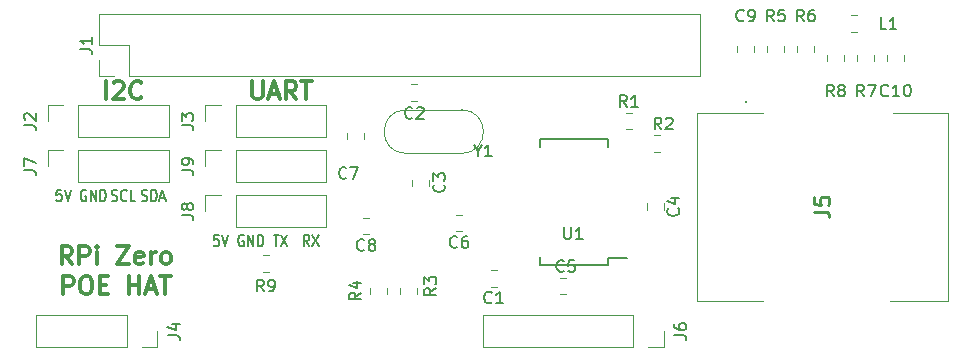
<source format=gbr>
G04 #@! TF.GenerationSoftware,KiCad,Pcbnew,(5.0.0-3-g5ebb6b6)*
G04 #@! TF.CreationDate,2020-01-23T02:23:46-08:00*
G04 #@! TF.ProjectId,Ethernet_Zero,45746865726E65745F5A65726F2E6B69,rev?*
G04 #@! TF.SameCoordinates,Original*
G04 #@! TF.FileFunction,Legend,Top*
G04 #@! TF.FilePolarity,Positive*
%FSLAX46Y46*%
G04 Gerber Fmt 4.6, Leading zero omitted, Abs format (unit mm)*
G04 Created by KiCad (PCBNEW (5.0.0-3-g5ebb6b6)) date Thursday, 23 January 2020 at 02:23:46*
%MOMM*%
%LPD*%
G01*
G04 APERTURE LIST*
%ADD10C,0.300000*%
%ADD11C,0.200000*%
%ADD12C,0.120000*%
%ADD13C,0.100000*%
%ADD14C,0.150000*%
%ADD15C,0.254000*%
G04 APERTURE END LIST*
D10*
X137969714Y-57851571D02*
X137469714Y-57137285D01*
X137112571Y-57851571D02*
X137112571Y-56351571D01*
X137684000Y-56351571D01*
X137826857Y-56423000D01*
X137898285Y-56494428D01*
X137969714Y-56637285D01*
X137969714Y-56851571D01*
X137898285Y-56994428D01*
X137826857Y-57065857D01*
X137684000Y-57137285D01*
X137112571Y-57137285D01*
X138612571Y-57851571D02*
X138612571Y-56351571D01*
X139184000Y-56351571D01*
X139326857Y-56423000D01*
X139398285Y-56494428D01*
X139469714Y-56637285D01*
X139469714Y-56851571D01*
X139398285Y-56994428D01*
X139326857Y-57065857D01*
X139184000Y-57137285D01*
X138612571Y-57137285D01*
X140112571Y-57851571D02*
X140112571Y-56851571D01*
X140112571Y-56351571D02*
X140041142Y-56423000D01*
X140112571Y-56494428D01*
X140184000Y-56423000D01*
X140112571Y-56351571D01*
X140112571Y-56494428D01*
X141826857Y-56351571D02*
X142826857Y-56351571D01*
X141826857Y-57851571D01*
X142826857Y-57851571D01*
X143969714Y-57780142D02*
X143826857Y-57851571D01*
X143541142Y-57851571D01*
X143398285Y-57780142D01*
X143326857Y-57637285D01*
X143326857Y-57065857D01*
X143398285Y-56923000D01*
X143541142Y-56851571D01*
X143826857Y-56851571D01*
X143969714Y-56923000D01*
X144041142Y-57065857D01*
X144041142Y-57208714D01*
X143326857Y-57351571D01*
X144684000Y-57851571D02*
X144684000Y-56851571D01*
X144684000Y-57137285D02*
X144755428Y-56994428D01*
X144826857Y-56923000D01*
X144969714Y-56851571D01*
X145112571Y-56851571D01*
X145826857Y-57851571D02*
X145684000Y-57780142D01*
X145612571Y-57708714D01*
X145541142Y-57565857D01*
X145541142Y-57137285D01*
X145612571Y-56994428D01*
X145684000Y-56923000D01*
X145826857Y-56851571D01*
X146041142Y-56851571D01*
X146184000Y-56923000D01*
X146255428Y-56994428D01*
X146326857Y-57137285D01*
X146326857Y-57565857D01*
X146255428Y-57708714D01*
X146184000Y-57780142D01*
X146041142Y-57851571D01*
X145826857Y-57851571D01*
X137255428Y-60401571D02*
X137255428Y-58901571D01*
X137826857Y-58901571D01*
X137969714Y-58973000D01*
X138041142Y-59044428D01*
X138112571Y-59187285D01*
X138112571Y-59401571D01*
X138041142Y-59544428D01*
X137969714Y-59615857D01*
X137826857Y-59687285D01*
X137255428Y-59687285D01*
X139041142Y-58901571D02*
X139326857Y-58901571D01*
X139469714Y-58973000D01*
X139612571Y-59115857D01*
X139684000Y-59401571D01*
X139684000Y-59901571D01*
X139612571Y-60187285D01*
X139469714Y-60330142D01*
X139326857Y-60401571D01*
X139041142Y-60401571D01*
X138898285Y-60330142D01*
X138755428Y-60187285D01*
X138684000Y-59901571D01*
X138684000Y-59401571D01*
X138755428Y-59115857D01*
X138898285Y-58973000D01*
X139041142Y-58901571D01*
X140326857Y-59615857D02*
X140826857Y-59615857D01*
X141041142Y-60401571D02*
X140326857Y-60401571D01*
X140326857Y-58901571D01*
X141041142Y-58901571D01*
X142826857Y-60401571D02*
X142826857Y-58901571D01*
X142826857Y-59615857D02*
X143684000Y-59615857D01*
X143684000Y-60401571D02*
X143684000Y-58901571D01*
X144326857Y-59973000D02*
X145041142Y-59973000D01*
X144184000Y-60401571D02*
X144684000Y-58901571D01*
X145184000Y-60401571D01*
X145469714Y-58901571D02*
X146326857Y-58901571D01*
X145898285Y-60401571D02*
X145898285Y-58901571D01*
D11*
X158060666Y-56360380D02*
X157794000Y-55884190D01*
X157603523Y-56360380D02*
X157603523Y-55360380D01*
X157908285Y-55360380D01*
X157984476Y-55408000D01*
X158022571Y-55455619D01*
X158060666Y-55550857D01*
X158060666Y-55693714D01*
X158022571Y-55788952D01*
X157984476Y-55836571D01*
X157908285Y-55884190D01*
X157603523Y-55884190D01*
X158327333Y-55360380D02*
X158860666Y-56360380D01*
X158860666Y-55360380D02*
X158327333Y-56360380D01*
X155044476Y-55360380D02*
X155501619Y-55360380D01*
X155273047Y-56360380D02*
X155273047Y-55360380D01*
X155692095Y-55360380D02*
X156225428Y-56360380D01*
X156225428Y-55360380D02*
X155692095Y-56360380D01*
X152504476Y-55408000D02*
X152428285Y-55360380D01*
X152314000Y-55360380D01*
X152199714Y-55408000D01*
X152123523Y-55503238D01*
X152085428Y-55598476D01*
X152047333Y-55788952D01*
X152047333Y-55931809D01*
X152085428Y-56122285D01*
X152123523Y-56217523D01*
X152199714Y-56312761D01*
X152314000Y-56360380D01*
X152390190Y-56360380D01*
X152504476Y-56312761D01*
X152542571Y-56265142D01*
X152542571Y-55931809D01*
X152390190Y-55931809D01*
X152885428Y-56360380D02*
X152885428Y-55360380D01*
X153342571Y-56360380D01*
X153342571Y-55360380D01*
X153723523Y-56360380D02*
X153723523Y-55360380D01*
X153914000Y-55360380D01*
X154028285Y-55408000D01*
X154104476Y-55503238D01*
X154142571Y-55598476D01*
X154180666Y-55788952D01*
X154180666Y-55931809D01*
X154142571Y-56122285D01*
X154104476Y-56217523D01*
X154028285Y-56312761D01*
X153914000Y-56360380D01*
X153723523Y-56360380D01*
X150421619Y-55360380D02*
X150040666Y-55360380D01*
X150002571Y-55836571D01*
X150040666Y-55788952D01*
X150116857Y-55741333D01*
X150307333Y-55741333D01*
X150383523Y-55788952D01*
X150421619Y-55836571D01*
X150459714Y-55931809D01*
X150459714Y-56169904D01*
X150421619Y-56265142D01*
X150383523Y-56312761D01*
X150307333Y-56360380D01*
X150116857Y-56360380D01*
X150040666Y-56312761D01*
X150002571Y-56265142D01*
X150688285Y-55360380D02*
X150954952Y-56360380D01*
X151221619Y-55360380D01*
X137086619Y-51550380D02*
X136705666Y-51550380D01*
X136667571Y-52026571D01*
X136705666Y-51978952D01*
X136781857Y-51931333D01*
X136972333Y-51931333D01*
X137048523Y-51978952D01*
X137086619Y-52026571D01*
X137124714Y-52121809D01*
X137124714Y-52359904D01*
X137086619Y-52455142D01*
X137048523Y-52502761D01*
X136972333Y-52550380D01*
X136781857Y-52550380D01*
X136705666Y-52502761D01*
X136667571Y-52455142D01*
X137353285Y-51550380D02*
X137619952Y-52550380D01*
X137886619Y-51550380D01*
X143887571Y-52502761D02*
X144001857Y-52550380D01*
X144192333Y-52550380D01*
X144268523Y-52502761D01*
X144306619Y-52455142D01*
X144344714Y-52359904D01*
X144344714Y-52264666D01*
X144306619Y-52169428D01*
X144268523Y-52121809D01*
X144192333Y-52074190D01*
X144039952Y-52026571D01*
X143963761Y-51978952D01*
X143925666Y-51931333D01*
X143887571Y-51836095D01*
X143887571Y-51740857D01*
X143925666Y-51645619D01*
X143963761Y-51598000D01*
X144039952Y-51550380D01*
X144230428Y-51550380D01*
X144344714Y-51598000D01*
X144687571Y-52550380D02*
X144687571Y-51550380D01*
X144878047Y-51550380D01*
X144992333Y-51598000D01*
X145068523Y-51693238D01*
X145106619Y-51788476D01*
X145144714Y-51978952D01*
X145144714Y-52121809D01*
X145106619Y-52312285D01*
X145068523Y-52407523D01*
X144992333Y-52502761D01*
X144878047Y-52550380D01*
X144687571Y-52550380D01*
X145449476Y-52264666D02*
X145830428Y-52264666D01*
X145373285Y-52550380D02*
X145639952Y-51550380D01*
X145906619Y-52550380D01*
X141366619Y-52502761D02*
X141480904Y-52550380D01*
X141671380Y-52550380D01*
X141747571Y-52502761D01*
X141785666Y-52455142D01*
X141823761Y-52359904D01*
X141823761Y-52264666D01*
X141785666Y-52169428D01*
X141747571Y-52121809D01*
X141671380Y-52074190D01*
X141519000Y-52026571D01*
X141442809Y-51978952D01*
X141404714Y-51931333D01*
X141366619Y-51836095D01*
X141366619Y-51740857D01*
X141404714Y-51645619D01*
X141442809Y-51598000D01*
X141519000Y-51550380D01*
X141709476Y-51550380D01*
X141823761Y-51598000D01*
X142623761Y-52455142D02*
X142585666Y-52502761D01*
X142471380Y-52550380D01*
X142395190Y-52550380D01*
X142280904Y-52502761D01*
X142204714Y-52407523D01*
X142166619Y-52312285D01*
X142128523Y-52121809D01*
X142128523Y-51978952D01*
X142166619Y-51788476D01*
X142204714Y-51693238D01*
X142280904Y-51598000D01*
X142395190Y-51550380D01*
X142471380Y-51550380D01*
X142585666Y-51598000D01*
X142623761Y-51645619D01*
X143347571Y-52550380D02*
X142966619Y-52550380D01*
X142966619Y-51550380D01*
X139169476Y-51598000D02*
X139093285Y-51550380D01*
X138979000Y-51550380D01*
X138864714Y-51598000D01*
X138788523Y-51693238D01*
X138750428Y-51788476D01*
X138712333Y-51978952D01*
X138712333Y-52121809D01*
X138750428Y-52312285D01*
X138788523Y-52407523D01*
X138864714Y-52502761D01*
X138979000Y-52550380D01*
X139055190Y-52550380D01*
X139169476Y-52502761D01*
X139207571Y-52455142D01*
X139207571Y-52121809D01*
X139055190Y-52121809D01*
X139550428Y-52550380D02*
X139550428Y-51550380D01*
X140007571Y-52550380D01*
X140007571Y-51550380D01*
X140388523Y-52550380D02*
X140388523Y-51550380D01*
X140579000Y-51550380D01*
X140693285Y-51598000D01*
X140769476Y-51693238D01*
X140807571Y-51788476D01*
X140845666Y-51978952D01*
X140845666Y-52121809D01*
X140807571Y-52312285D01*
X140769476Y-52407523D01*
X140693285Y-52502761D01*
X140579000Y-52550380D01*
X140388523Y-52550380D01*
D10*
X140854714Y-43886571D02*
X140854714Y-42386571D01*
X141497571Y-42529428D02*
X141569000Y-42458000D01*
X141711857Y-42386571D01*
X142069000Y-42386571D01*
X142211857Y-42458000D01*
X142283285Y-42529428D01*
X142354714Y-42672285D01*
X142354714Y-42815142D01*
X142283285Y-43029428D01*
X141426142Y-43886571D01*
X142354714Y-43886571D01*
X143854714Y-43743714D02*
X143783285Y-43815142D01*
X143569000Y-43886571D01*
X143426142Y-43886571D01*
X143211857Y-43815142D01*
X143069000Y-43672285D01*
X142997571Y-43529428D01*
X142926142Y-43243714D01*
X142926142Y-43029428D01*
X142997571Y-42743714D01*
X143069000Y-42600857D01*
X143211857Y-42458000D01*
X143426142Y-42386571D01*
X143569000Y-42386571D01*
X143783285Y-42458000D01*
X143854714Y-42529428D01*
X153261142Y-42386571D02*
X153261142Y-43600857D01*
X153332571Y-43743714D01*
X153404000Y-43815142D01*
X153546857Y-43886571D01*
X153832571Y-43886571D01*
X153975428Y-43815142D01*
X154046857Y-43743714D01*
X154118285Y-43600857D01*
X154118285Y-42386571D01*
X154761142Y-43458000D02*
X155475428Y-43458000D01*
X154618285Y-43886571D02*
X155118285Y-42386571D01*
X155618285Y-43886571D01*
X156975428Y-43886571D02*
X156475428Y-43172285D01*
X156118285Y-43886571D02*
X156118285Y-42386571D01*
X156689714Y-42386571D01*
X156832571Y-42458000D01*
X156904000Y-42529428D01*
X156975428Y-42672285D01*
X156975428Y-42886571D01*
X156904000Y-43029428D01*
X156832571Y-43100857D01*
X156689714Y-43172285D01*
X156118285Y-43172285D01*
X157404000Y-42386571D02*
X158261142Y-42386571D01*
X157832571Y-43886571D02*
X157832571Y-42386571D01*
D12*
G04 #@! TO.C,R9*
X154122748Y-57103000D02*
X154645252Y-57103000D01*
X154122748Y-58523000D02*
X154645252Y-58523000D01*
G04 #@! TO.C,J9*
X151844000Y-50888000D02*
X151844000Y-48228000D01*
X151844000Y-50888000D02*
X159524000Y-50888000D01*
X159524000Y-50888000D02*
X159524000Y-48228000D01*
X151844000Y-48228000D02*
X159524000Y-48228000D01*
X149244000Y-48228000D02*
X150574000Y-48228000D01*
X149244000Y-49558000D02*
X149244000Y-48228000D01*
G04 #@! TO.C,J8*
X149244000Y-53368000D02*
X149244000Y-52038000D01*
X149244000Y-52038000D02*
X150574000Y-52038000D01*
X151844000Y-52038000D02*
X159524000Y-52038000D01*
X159524000Y-54698000D02*
X159524000Y-52038000D01*
X151844000Y-54698000D02*
X159524000Y-54698000D01*
X151844000Y-54698000D02*
X151844000Y-52038000D01*
G04 #@! TO.C,J7*
X138509000Y-50888000D02*
X138509000Y-48228000D01*
X138509000Y-50888000D02*
X146189000Y-50888000D01*
X146189000Y-50888000D02*
X146189000Y-48228000D01*
X138509000Y-48228000D02*
X146189000Y-48228000D01*
X135909000Y-48228000D02*
X137239000Y-48228000D01*
X135909000Y-49558000D02*
X135909000Y-48228000D01*
G04 #@! TO.C,J1*
X191154000Y-41918000D02*
X191154000Y-36718000D01*
X142834000Y-41918000D02*
X191154000Y-41918000D01*
X140234000Y-36718000D02*
X191154000Y-36718000D01*
X142834000Y-41918000D02*
X142834000Y-39318000D01*
X142834000Y-39318000D02*
X140234000Y-39318000D01*
X140234000Y-39318000D02*
X140234000Y-36718000D01*
X141564000Y-41918000D02*
X140234000Y-41918000D01*
X140234000Y-41918000D02*
X140234000Y-40588000D01*
G04 #@! TO.C,Y1*
X170963000Y-48487000D02*
X166263000Y-48487000D01*
X170963000Y-44787000D02*
X166263000Y-44787000D01*
X170963000Y-44787000D02*
G75*
G02X170963000Y-48487000I0J-1850000D01*
G01*
X166263000Y-44787000D02*
G75*
G03X166263000Y-48487000I0J-1850000D01*
G01*
D13*
G04 #@! TO.C,J5*
X190874000Y-60937000D02*
X190874000Y-60937000D01*
X190874000Y-60937000D02*
X196524000Y-60937000D01*
X196524000Y-60937000D02*
X196524000Y-60937000D01*
X196524000Y-60937000D02*
X190874000Y-60937000D01*
X190874000Y-60937000D02*
X190874000Y-45022000D01*
X190874000Y-45022000D02*
X190874000Y-45022000D01*
X190874000Y-45022000D02*
X190874000Y-60937000D01*
X190874000Y-60937000D02*
X190874000Y-60937000D01*
X190874000Y-45037000D02*
X190874000Y-45037000D01*
X190874000Y-45037000D02*
X196524000Y-45037000D01*
X196524000Y-45037000D02*
X196524000Y-45037000D01*
X196524000Y-45037000D02*
X190874000Y-45037000D01*
X207524000Y-45022000D02*
X207524000Y-45037000D01*
X207524000Y-45037000D02*
X212174000Y-45037000D01*
X212174000Y-45037000D02*
X212174000Y-45022000D01*
X212174000Y-45022000D02*
X207524000Y-45022000D01*
X212174000Y-45037000D02*
X212174000Y-60937000D01*
X212174000Y-60937000D02*
X212174000Y-60937000D01*
X212174000Y-60937000D02*
X212174000Y-45037000D01*
X212174000Y-45037000D02*
X212174000Y-45037000D01*
X212174000Y-60937000D02*
X212174000Y-60937000D01*
X212174000Y-60937000D02*
X207274000Y-60937000D01*
X207274000Y-60937000D02*
X207274000Y-60937000D01*
X207274000Y-60937000D02*
X212174000Y-60937000D01*
D11*
X195024000Y-44172000D02*
X195024000Y-44172000D01*
X195024000Y-44072000D02*
X195024000Y-44072000D01*
X195024000Y-44172000D02*
X195024000Y-44172000D01*
X195024000Y-44072000D02*
G75*
G02X195024000Y-44172000I0J-50000D01*
G01*
X195024000Y-44172000D02*
G75*
G02X195024000Y-44072000I0J50000D01*
G01*
X195024000Y-44072000D02*
G75*
G02X195024000Y-44172000I0J-50000D01*
G01*
D14*
G04 #@! TO.C,U1*
X183377000Y-57927000D02*
X183377000Y-57352000D01*
X177627000Y-57927000D02*
X177627000Y-57277000D01*
X177627000Y-47277000D02*
X177627000Y-47927000D01*
X183377000Y-47277000D02*
X183377000Y-47927000D01*
X183377000Y-57927000D02*
X177627000Y-57927000D01*
X183377000Y-47277000D02*
X177627000Y-47277000D01*
X183377000Y-57352000D02*
X184977000Y-57352000D01*
D12*
G04 #@! TO.C,L1*
X203897748Y-36783000D02*
X204420252Y-36783000D01*
X203897748Y-38203000D02*
X204420252Y-38203000D01*
G04 #@! TO.C,R5*
X198274000Y-39904252D02*
X198274000Y-39381748D01*
X196854000Y-39904252D02*
X196854000Y-39381748D01*
G04 #@! TO.C,R6*
X199394000Y-39904252D02*
X199394000Y-39381748D01*
X200814000Y-39904252D02*
X200814000Y-39381748D01*
G04 #@! TO.C,R7*
X204474000Y-40161748D02*
X204474000Y-40684252D01*
X205894000Y-40161748D02*
X205894000Y-40684252D01*
G04 #@! TO.C,R8*
X203354000Y-40161748D02*
X203354000Y-40684252D01*
X201934000Y-40161748D02*
X201934000Y-40684252D01*
G04 #@! TO.C,C1*
X173940252Y-59793000D02*
X173417748Y-59793000D01*
X173940252Y-58373000D02*
X173417748Y-58373000D01*
G04 #@! TO.C,C2*
X167227252Y-44045000D02*
X166704748Y-44045000D01*
X167227252Y-42625000D02*
X166704748Y-42625000D01*
G04 #@! TO.C,C3*
X166755000Y-50702748D02*
X166755000Y-51225252D01*
X168175000Y-50702748D02*
X168175000Y-51225252D01*
G04 #@! TO.C,C5*
X179277748Y-60428000D02*
X179800252Y-60428000D01*
X179277748Y-59008000D02*
X179800252Y-59008000D01*
G04 #@! TO.C,C6*
X171019252Y-55094000D02*
X170496748Y-55094000D01*
X171019252Y-53674000D02*
X170496748Y-53674000D01*
G04 #@! TO.C,C7*
X161294000Y-46756748D02*
X161294000Y-47279252D01*
X162714000Y-46756748D02*
X162714000Y-47279252D01*
G04 #@! TO.C,C8*
X163145252Y-55348000D02*
X162622748Y-55348000D01*
X163145252Y-53928000D02*
X162622748Y-53928000D01*
G04 #@! TO.C,C9*
X194314000Y-39381748D02*
X194314000Y-39904252D01*
X195734000Y-39381748D02*
X195734000Y-39904252D01*
G04 #@! TO.C,C10*
X207014000Y-40684252D02*
X207014000Y-40161748D01*
X208434000Y-40684252D02*
X208434000Y-40161748D01*
G04 #@! TO.C,J6*
X185499000Y-62198000D02*
X185499000Y-64858000D01*
X185499000Y-62198000D02*
X172739000Y-62198000D01*
X172739000Y-62198000D02*
X172739000Y-64858000D01*
X185499000Y-64858000D02*
X172739000Y-64858000D01*
X188099000Y-64858000D02*
X186769000Y-64858000D01*
X188099000Y-63528000D02*
X188099000Y-64858000D01*
G04 #@! TO.C,R1*
X184847748Y-45038000D02*
X185370252Y-45038000D01*
X184847748Y-46458000D02*
X185370252Y-46458000D01*
G04 #@! TO.C,R2*
X187260748Y-48363000D02*
X187783252Y-48363000D01*
X187260748Y-46943000D02*
X187783252Y-46943000D01*
G04 #@! TO.C,R3*
X165739000Y-59846748D02*
X165739000Y-60369252D01*
X167159000Y-59846748D02*
X167159000Y-60369252D01*
G04 #@! TO.C,R4*
X164619000Y-59846748D02*
X164619000Y-60369252D01*
X163199000Y-59846748D02*
X163199000Y-60369252D01*
G04 #@! TO.C,J2*
X138509000Y-47078000D02*
X138509000Y-44418000D01*
X138509000Y-47078000D02*
X146189000Y-47078000D01*
X146189000Y-47078000D02*
X146189000Y-44418000D01*
X138509000Y-44418000D02*
X146189000Y-44418000D01*
X135909000Y-44418000D02*
X137239000Y-44418000D01*
X135909000Y-45748000D02*
X135909000Y-44418000D01*
G04 #@! TO.C,J3*
X149244000Y-45748000D02*
X149244000Y-44418000D01*
X149244000Y-44418000D02*
X150574000Y-44418000D01*
X151844000Y-44418000D02*
X159524000Y-44418000D01*
X159524000Y-47078000D02*
X159524000Y-44418000D01*
X151844000Y-47078000D02*
X159524000Y-47078000D01*
X151844000Y-47078000D02*
X151844000Y-44418000D01*
G04 #@! TO.C,J4*
X142599000Y-62198000D02*
X142599000Y-64858000D01*
X142599000Y-62198000D02*
X134919000Y-62198000D01*
X134919000Y-62198000D02*
X134919000Y-64858000D01*
X142599000Y-64858000D02*
X134919000Y-64858000D01*
X145199000Y-64858000D02*
X143869000Y-64858000D01*
X145199000Y-63528000D02*
X145199000Y-64858000D01*
G04 #@! TO.C,C4*
X186694000Y-53239252D02*
X186694000Y-52716748D01*
X188114000Y-53239252D02*
X188114000Y-52716748D01*
G04 #@! TO.C,R9*
D14*
X154217333Y-60170380D02*
X153884000Y-59694190D01*
X153645904Y-60170380D02*
X153645904Y-59170380D01*
X154026857Y-59170380D01*
X154122095Y-59218000D01*
X154169714Y-59265619D01*
X154217333Y-59360857D01*
X154217333Y-59503714D01*
X154169714Y-59598952D01*
X154122095Y-59646571D01*
X154026857Y-59694190D01*
X153645904Y-59694190D01*
X154693523Y-60170380D02*
X154884000Y-60170380D01*
X154979238Y-60122761D01*
X155026857Y-60075142D01*
X155122095Y-59932285D01*
X155169714Y-59741809D01*
X155169714Y-59360857D01*
X155122095Y-59265619D01*
X155074476Y-59218000D01*
X154979238Y-59170380D01*
X154788761Y-59170380D01*
X154693523Y-59218000D01*
X154645904Y-59265619D01*
X154598285Y-59360857D01*
X154598285Y-59598952D01*
X154645904Y-59694190D01*
X154693523Y-59741809D01*
X154788761Y-59789428D01*
X154979238Y-59789428D01*
X155074476Y-59741809D01*
X155122095Y-59694190D01*
X155169714Y-59598952D01*
G04 #@! TO.C,J9*
X147256380Y-49891333D02*
X147970666Y-49891333D01*
X148113523Y-49938952D01*
X148208761Y-50034190D01*
X148256380Y-50177047D01*
X148256380Y-50272285D01*
X148256380Y-49367523D02*
X148256380Y-49177047D01*
X148208761Y-49081809D01*
X148161142Y-49034190D01*
X148018285Y-48938952D01*
X147827809Y-48891333D01*
X147446857Y-48891333D01*
X147351619Y-48938952D01*
X147304000Y-48986571D01*
X147256380Y-49081809D01*
X147256380Y-49272285D01*
X147304000Y-49367523D01*
X147351619Y-49415142D01*
X147446857Y-49462761D01*
X147684952Y-49462761D01*
X147780190Y-49415142D01*
X147827809Y-49367523D01*
X147875428Y-49272285D01*
X147875428Y-49081809D01*
X147827809Y-48986571D01*
X147780190Y-48938952D01*
X147684952Y-48891333D01*
G04 #@! TO.C,J8*
X147256380Y-53701333D02*
X147970666Y-53701333D01*
X148113523Y-53748952D01*
X148208761Y-53844190D01*
X148256380Y-53987047D01*
X148256380Y-54082285D01*
X147684952Y-53082285D02*
X147637333Y-53177523D01*
X147589714Y-53225142D01*
X147494476Y-53272761D01*
X147446857Y-53272761D01*
X147351619Y-53225142D01*
X147304000Y-53177523D01*
X147256380Y-53082285D01*
X147256380Y-52891809D01*
X147304000Y-52796571D01*
X147351619Y-52748952D01*
X147446857Y-52701333D01*
X147494476Y-52701333D01*
X147589714Y-52748952D01*
X147637333Y-52796571D01*
X147684952Y-52891809D01*
X147684952Y-53082285D01*
X147732571Y-53177523D01*
X147780190Y-53225142D01*
X147875428Y-53272761D01*
X148065904Y-53272761D01*
X148161142Y-53225142D01*
X148208761Y-53177523D01*
X148256380Y-53082285D01*
X148256380Y-52891809D01*
X148208761Y-52796571D01*
X148161142Y-52748952D01*
X148065904Y-52701333D01*
X147875428Y-52701333D01*
X147780190Y-52748952D01*
X147732571Y-52796571D01*
X147684952Y-52891809D01*
G04 #@! TO.C,J7*
X133921380Y-49891333D02*
X134635666Y-49891333D01*
X134778523Y-49938952D01*
X134873761Y-50034190D01*
X134921380Y-50177047D01*
X134921380Y-50272285D01*
X133921380Y-49510380D02*
X133921380Y-48843714D01*
X134921380Y-49272285D01*
G04 #@! TO.C,J1*
X138686380Y-39651333D02*
X139400666Y-39651333D01*
X139543523Y-39698952D01*
X139638761Y-39794190D01*
X139686380Y-39937047D01*
X139686380Y-40032285D01*
X139686380Y-38651333D02*
X139686380Y-39222761D01*
X139686380Y-38937047D02*
X138686380Y-38937047D01*
X138829238Y-39032285D01*
X138924476Y-39127523D01*
X138972095Y-39222761D01*
G04 #@! TO.C,Y1*
X172322809Y-48264190D02*
X172322809Y-48740380D01*
X171989476Y-47740380D02*
X172322809Y-48264190D01*
X172656142Y-47740380D01*
X173513285Y-48740380D02*
X172941857Y-48740380D01*
X173227571Y-48740380D02*
X173227571Y-47740380D01*
X173132333Y-47883238D01*
X173037095Y-47978476D01*
X172941857Y-48026095D01*
G04 #@! TO.C,J5*
D15*
X200828523Y-53410333D02*
X201735666Y-53410333D01*
X201917095Y-53470809D01*
X202038047Y-53591761D01*
X202098523Y-53773190D01*
X202098523Y-53894142D01*
X200828523Y-52200809D02*
X200828523Y-52805571D01*
X201433285Y-52866047D01*
X201372809Y-52805571D01*
X201312333Y-52684619D01*
X201312333Y-52382238D01*
X201372809Y-52261285D01*
X201433285Y-52200809D01*
X201554238Y-52140333D01*
X201856619Y-52140333D01*
X201977571Y-52200809D01*
X202038047Y-52261285D01*
X202098523Y-52382238D01*
X202098523Y-52684619D01*
X202038047Y-52805571D01*
X201977571Y-52866047D01*
G04 #@! TO.C,U1*
D14*
X179657095Y-54725380D02*
X179657095Y-55534904D01*
X179704714Y-55630142D01*
X179752333Y-55677761D01*
X179847571Y-55725380D01*
X180038047Y-55725380D01*
X180133285Y-55677761D01*
X180180904Y-55630142D01*
X180228523Y-55534904D01*
X180228523Y-54725380D01*
X181228523Y-55725380D02*
X180657095Y-55725380D01*
X180942809Y-55725380D02*
X180942809Y-54725380D01*
X180847571Y-54868238D01*
X180752333Y-54963476D01*
X180657095Y-55011095D01*
G04 #@! TO.C,L1*
X206922333Y-37945380D02*
X206446142Y-37945380D01*
X206446142Y-36945380D01*
X207779476Y-37945380D02*
X207208047Y-37945380D01*
X207493761Y-37945380D02*
X207493761Y-36945380D01*
X207398523Y-37088238D01*
X207303285Y-37183476D01*
X207208047Y-37231095D01*
G04 #@! TO.C,R5*
X197397333Y-37310380D02*
X197064000Y-36834190D01*
X196825904Y-37310380D02*
X196825904Y-36310380D01*
X197206857Y-36310380D01*
X197302095Y-36358000D01*
X197349714Y-36405619D01*
X197397333Y-36500857D01*
X197397333Y-36643714D01*
X197349714Y-36738952D01*
X197302095Y-36786571D01*
X197206857Y-36834190D01*
X196825904Y-36834190D01*
X198302095Y-36310380D02*
X197825904Y-36310380D01*
X197778285Y-36786571D01*
X197825904Y-36738952D01*
X197921142Y-36691333D01*
X198159238Y-36691333D01*
X198254476Y-36738952D01*
X198302095Y-36786571D01*
X198349714Y-36881809D01*
X198349714Y-37119904D01*
X198302095Y-37215142D01*
X198254476Y-37262761D01*
X198159238Y-37310380D01*
X197921142Y-37310380D01*
X197825904Y-37262761D01*
X197778285Y-37215142D01*
G04 #@! TO.C,R6*
X199937333Y-37310380D02*
X199604000Y-36834190D01*
X199365904Y-37310380D02*
X199365904Y-36310380D01*
X199746857Y-36310380D01*
X199842095Y-36358000D01*
X199889714Y-36405619D01*
X199937333Y-36500857D01*
X199937333Y-36643714D01*
X199889714Y-36738952D01*
X199842095Y-36786571D01*
X199746857Y-36834190D01*
X199365904Y-36834190D01*
X200794476Y-36310380D02*
X200604000Y-36310380D01*
X200508761Y-36358000D01*
X200461142Y-36405619D01*
X200365904Y-36548476D01*
X200318285Y-36738952D01*
X200318285Y-37119904D01*
X200365904Y-37215142D01*
X200413523Y-37262761D01*
X200508761Y-37310380D01*
X200699238Y-37310380D01*
X200794476Y-37262761D01*
X200842095Y-37215142D01*
X200889714Y-37119904D01*
X200889714Y-36881809D01*
X200842095Y-36786571D01*
X200794476Y-36738952D01*
X200699238Y-36691333D01*
X200508761Y-36691333D01*
X200413523Y-36738952D01*
X200365904Y-36786571D01*
X200318285Y-36881809D01*
G04 #@! TO.C,R7*
X205017333Y-43660380D02*
X204684000Y-43184190D01*
X204445904Y-43660380D02*
X204445904Y-42660380D01*
X204826857Y-42660380D01*
X204922095Y-42708000D01*
X204969714Y-42755619D01*
X205017333Y-42850857D01*
X205017333Y-42993714D01*
X204969714Y-43088952D01*
X204922095Y-43136571D01*
X204826857Y-43184190D01*
X204445904Y-43184190D01*
X205350666Y-42660380D02*
X206017333Y-42660380D01*
X205588761Y-43660380D01*
G04 #@! TO.C,R8*
X202477333Y-43660380D02*
X202144000Y-43184190D01*
X201905904Y-43660380D02*
X201905904Y-42660380D01*
X202286857Y-42660380D01*
X202382095Y-42708000D01*
X202429714Y-42755619D01*
X202477333Y-42850857D01*
X202477333Y-42993714D01*
X202429714Y-43088952D01*
X202382095Y-43136571D01*
X202286857Y-43184190D01*
X201905904Y-43184190D01*
X203048761Y-43088952D02*
X202953523Y-43041333D01*
X202905904Y-42993714D01*
X202858285Y-42898476D01*
X202858285Y-42850857D01*
X202905904Y-42755619D01*
X202953523Y-42708000D01*
X203048761Y-42660380D01*
X203239238Y-42660380D01*
X203334476Y-42708000D01*
X203382095Y-42755619D01*
X203429714Y-42850857D01*
X203429714Y-42898476D01*
X203382095Y-42993714D01*
X203334476Y-43041333D01*
X203239238Y-43088952D01*
X203048761Y-43088952D01*
X202953523Y-43136571D01*
X202905904Y-43184190D01*
X202858285Y-43279428D01*
X202858285Y-43469904D01*
X202905904Y-43565142D01*
X202953523Y-43612761D01*
X203048761Y-43660380D01*
X203239238Y-43660380D01*
X203334476Y-43612761D01*
X203382095Y-43565142D01*
X203429714Y-43469904D01*
X203429714Y-43279428D01*
X203382095Y-43184190D01*
X203334476Y-43136571D01*
X203239238Y-43088952D01*
G04 #@! TO.C,C1*
X173512333Y-61090142D02*
X173464714Y-61137761D01*
X173321857Y-61185380D01*
X173226619Y-61185380D01*
X173083761Y-61137761D01*
X172988523Y-61042523D01*
X172940904Y-60947285D01*
X172893285Y-60756809D01*
X172893285Y-60613952D01*
X172940904Y-60423476D01*
X172988523Y-60328238D01*
X173083761Y-60233000D01*
X173226619Y-60185380D01*
X173321857Y-60185380D01*
X173464714Y-60233000D01*
X173512333Y-60280619D01*
X174464714Y-61185380D02*
X173893285Y-61185380D01*
X174179000Y-61185380D02*
X174179000Y-60185380D01*
X174083761Y-60328238D01*
X173988523Y-60423476D01*
X173893285Y-60471095D01*
G04 #@! TO.C,C2*
X166799333Y-45470142D02*
X166751714Y-45517761D01*
X166608857Y-45565380D01*
X166513619Y-45565380D01*
X166370761Y-45517761D01*
X166275523Y-45422523D01*
X166227904Y-45327285D01*
X166180285Y-45136809D01*
X166180285Y-44993952D01*
X166227904Y-44803476D01*
X166275523Y-44708238D01*
X166370761Y-44613000D01*
X166513619Y-44565380D01*
X166608857Y-44565380D01*
X166751714Y-44613000D01*
X166799333Y-44660619D01*
X167180285Y-44660619D02*
X167227904Y-44613000D01*
X167323142Y-44565380D01*
X167561238Y-44565380D01*
X167656476Y-44613000D01*
X167704095Y-44660619D01*
X167751714Y-44755857D01*
X167751714Y-44851095D01*
X167704095Y-44993952D01*
X167132666Y-45565380D01*
X167751714Y-45565380D01*
G04 #@! TO.C,C3*
X169472142Y-51130666D02*
X169519761Y-51178285D01*
X169567380Y-51321142D01*
X169567380Y-51416380D01*
X169519761Y-51559238D01*
X169424523Y-51654476D01*
X169329285Y-51702095D01*
X169138809Y-51749714D01*
X168995952Y-51749714D01*
X168805476Y-51702095D01*
X168710238Y-51654476D01*
X168615000Y-51559238D01*
X168567380Y-51416380D01*
X168567380Y-51321142D01*
X168615000Y-51178285D01*
X168662619Y-51130666D01*
X168567380Y-50797333D02*
X168567380Y-50178285D01*
X168948333Y-50511619D01*
X168948333Y-50368761D01*
X168995952Y-50273523D01*
X169043571Y-50225904D01*
X169138809Y-50178285D01*
X169376904Y-50178285D01*
X169472142Y-50225904D01*
X169519761Y-50273523D01*
X169567380Y-50368761D01*
X169567380Y-50654476D01*
X169519761Y-50749714D01*
X169472142Y-50797333D01*
G04 #@! TO.C,C5*
X179617333Y-58425142D02*
X179569714Y-58472761D01*
X179426857Y-58520380D01*
X179331619Y-58520380D01*
X179188761Y-58472761D01*
X179093523Y-58377523D01*
X179045904Y-58282285D01*
X178998285Y-58091809D01*
X178998285Y-57948952D01*
X179045904Y-57758476D01*
X179093523Y-57663238D01*
X179188761Y-57568000D01*
X179331619Y-57520380D01*
X179426857Y-57520380D01*
X179569714Y-57568000D01*
X179617333Y-57615619D01*
X180522095Y-57520380D02*
X180045904Y-57520380D01*
X179998285Y-57996571D01*
X180045904Y-57948952D01*
X180141142Y-57901333D01*
X180379238Y-57901333D01*
X180474476Y-57948952D01*
X180522095Y-57996571D01*
X180569714Y-58091809D01*
X180569714Y-58329904D01*
X180522095Y-58425142D01*
X180474476Y-58472761D01*
X180379238Y-58520380D01*
X180141142Y-58520380D01*
X180045904Y-58472761D01*
X179998285Y-58425142D01*
G04 #@! TO.C,C6*
X170591333Y-56391142D02*
X170543714Y-56438761D01*
X170400857Y-56486380D01*
X170305619Y-56486380D01*
X170162761Y-56438761D01*
X170067523Y-56343523D01*
X170019904Y-56248285D01*
X169972285Y-56057809D01*
X169972285Y-55914952D01*
X170019904Y-55724476D01*
X170067523Y-55629238D01*
X170162761Y-55534000D01*
X170305619Y-55486380D01*
X170400857Y-55486380D01*
X170543714Y-55534000D01*
X170591333Y-55581619D01*
X171448476Y-55486380D02*
X171258000Y-55486380D01*
X171162761Y-55534000D01*
X171115142Y-55581619D01*
X171019904Y-55724476D01*
X170972285Y-55914952D01*
X170972285Y-56295904D01*
X171019904Y-56391142D01*
X171067523Y-56438761D01*
X171162761Y-56486380D01*
X171353238Y-56486380D01*
X171448476Y-56438761D01*
X171496095Y-56391142D01*
X171543714Y-56295904D01*
X171543714Y-56057809D01*
X171496095Y-55962571D01*
X171448476Y-55914952D01*
X171353238Y-55867333D01*
X171162761Y-55867333D01*
X171067523Y-55914952D01*
X171019904Y-55962571D01*
X170972285Y-56057809D01*
G04 #@! TO.C,C7*
X161202333Y-50550142D02*
X161154714Y-50597761D01*
X161011857Y-50645380D01*
X160916619Y-50645380D01*
X160773761Y-50597761D01*
X160678523Y-50502523D01*
X160630904Y-50407285D01*
X160583285Y-50216809D01*
X160583285Y-50073952D01*
X160630904Y-49883476D01*
X160678523Y-49788238D01*
X160773761Y-49693000D01*
X160916619Y-49645380D01*
X161011857Y-49645380D01*
X161154714Y-49693000D01*
X161202333Y-49740619D01*
X161535666Y-49645380D02*
X162202333Y-49645380D01*
X161773761Y-50645380D01*
G04 #@! TO.C,C8*
X162717333Y-56645142D02*
X162669714Y-56692761D01*
X162526857Y-56740380D01*
X162431619Y-56740380D01*
X162288761Y-56692761D01*
X162193523Y-56597523D01*
X162145904Y-56502285D01*
X162098285Y-56311809D01*
X162098285Y-56168952D01*
X162145904Y-55978476D01*
X162193523Y-55883238D01*
X162288761Y-55788000D01*
X162431619Y-55740380D01*
X162526857Y-55740380D01*
X162669714Y-55788000D01*
X162717333Y-55835619D01*
X163288761Y-56168952D02*
X163193523Y-56121333D01*
X163145904Y-56073714D01*
X163098285Y-55978476D01*
X163098285Y-55930857D01*
X163145904Y-55835619D01*
X163193523Y-55788000D01*
X163288761Y-55740380D01*
X163479238Y-55740380D01*
X163574476Y-55788000D01*
X163622095Y-55835619D01*
X163669714Y-55930857D01*
X163669714Y-55978476D01*
X163622095Y-56073714D01*
X163574476Y-56121333D01*
X163479238Y-56168952D01*
X163288761Y-56168952D01*
X163193523Y-56216571D01*
X163145904Y-56264190D01*
X163098285Y-56359428D01*
X163098285Y-56549904D01*
X163145904Y-56645142D01*
X163193523Y-56692761D01*
X163288761Y-56740380D01*
X163479238Y-56740380D01*
X163574476Y-56692761D01*
X163622095Y-56645142D01*
X163669714Y-56549904D01*
X163669714Y-56359428D01*
X163622095Y-56264190D01*
X163574476Y-56216571D01*
X163479238Y-56168952D01*
G04 #@! TO.C,C9*
X194857333Y-37215142D02*
X194809714Y-37262761D01*
X194666857Y-37310380D01*
X194571619Y-37310380D01*
X194428761Y-37262761D01*
X194333523Y-37167523D01*
X194285904Y-37072285D01*
X194238285Y-36881809D01*
X194238285Y-36738952D01*
X194285904Y-36548476D01*
X194333523Y-36453238D01*
X194428761Y-36358000D01*
X194571619Y-36310380D01*
X194666857Y-36310380D01*
X194809714Y-36358000D01*
X194857333Y-36405619D01*
X195333523Y-37310380D02*
X195524000Y-37310380D01*
X195619238Y-37262761D01*
X195666857Y-37215142D01*
X195762095Y-37072285D01*
X195809714Y-36881809D01*
X195809714Y-36500857D01*
X195762095Y-36405619D01*
X195714476Y-36358000D01*
X195619238Y-36310380D01*
X195428761Y-36310380D01*
X195333523Y-36358000D01*
X195285904Y-36405619D01*
X195238285Y-36500857D01*
X195238285Y-36738952D01*
X195285904Y-36834190D01*
X195333523Y-36881809D01*
X195428761Y-36929428D01*
X195619238Y-36929428D01*
X195714476Y-36881809D01*
X195762095Y-36834190D01*
X195809714Y-36738952D01*
G04 #@! TO.C,C10*
X207081142Y-43565142D02*
X207033523Y-43612761D01*
X206890666Y-43660380D01*
X206795428Y-43660380D01*
X206652571Y-43612761D01*
X206557333Y-43517523D01*
X206509714Y-43422285D01*
X206462095Y-43231809D01*
X206462095Y-43088952D01*
X206509714Y-42898476D01*
X206557333Y-42803238D01*
X206652571Y-42708000D01*
X206795428Y-42660380D01*
X206890666Y-42660380D01*
X207033523Y-42708000D01*
X207081142Y-42755619D01*
X208033523Y-43660380D02*
X207462095Y-43660380D01*
X207747809Y-43660380D02*
X207747809Y-42660380D01*
X207652571Y-42803238D01*
X207557333Y-42898476D01*
X207462095Y-42946095D01*
X208652571Y-42660380D02*
X208747809Y-42660380D01*
X208843047Y-42708000D01*
X208890666Y-42755619D01*
X208938285Y-42850857D01*
X208985904Y-43041333D01*
X208985904Y-43279428D01*
X208938285Y-43469904D01*
X208890666Y-43565142D01*
X208843047Y-43612761D01*
X208747809Y-43660380D01*
X208652571Y-43660380D01*
X208557333Y-43612761D01*
X208509714Y-43565142D01*
X208462095Y-43469904D01*
X208414476Y-43279428D01*
X208414476Y-43041333D01*
X208462095Y-42850857D01*
X208509714Y-42755619D01*
X208557333Y-42708000D01*
X208652571Y-42660380D01*
G04 #@! TO.C,J6*
X188991380Y-63861333D02*
X189705666Y-63861333D01*
X189848523Y-63908952D01*
X189943761Y-64004190D01*
X189991380Y-64147047D01*
X189991380Y-64242285D01*
X188991380Y-62956571D02*
X188991380Y-63147047D01*
X189039000Y-63242285D01*
X189086619Y-63289904D01*
X189229476Y-63385142D01*
X189419952Y-63432761D01*
X189800904Y-63432761D01*
X189896142Y-63385142D01*
X189943761Y-63337523D01*
X189991380Y-63242285D01*
X189991380Y-63051809D01*
X189943761Y-62956571D01*
X189896142Y-62908952D01*
X189800904Y-62861333D01*
X189562809Y-62861333D01*
X189467571Y-62908952D01*
X189419952Y-62956571D01*
X189372333Y-63051809D01*
X189372333Y-63242285D01*
X189419952Y-63337523D01*
X189467571Y-63385142D01*
X189562809Y-63432761D01*
G04 #@! TO.C,R1*
X184942333Y-44550380D02*
X184609000Y-44074190D01*
X184370904Y-44550380D02*
X184370904Y-43550380D01*
X184751857Y-43550380D01*
X184847095Y-43598000D01*
X184894714Y-43645619D01*
X184942333Y-43740857D01*
X184942333Y-43883714D01*
X184894714Y-43978952D01*
X184847095Y-44026571D01*
X184751857Y-44074190D01*
X184370904Y-44074190D01*
X185894714Y-44550380D02*
X185323285Y-44550380D01*
X185609000Y-44550380D02*
X185609000Y-43550380D01*
X185513761Y-43693238D01*
X185418523Y-43788476D01*
X185323285Y-43836095D01*
G04 #@! TO.C,R2*
X187872333Y-46455380D02*
X187539000Y-45979190D01*
X187300904Y-46455380D02*
X187300904Y-45455380D01*
X187681857Y-45455380D01*
X187777095Y-45503000D01*
X187824714Y-45550619D01*
X187872333Y-45645857D01*
X187872333Y-45788714D01*
X187824714Y-45883952D01*
X187777095Y-45931571D01*
X187681857Y-45979190D01*
X187300904Y-45979190D01*
X188253285Y-45550619D02*
X188300904Y-45503000D01*
X188396142Y-45455380D01*
X188634238Y-45455380D01*
X188729476Y-45503000D01*
X188777095Y-45550619D01*
X188824714Y-45645857D01*
X188824714Y-45741095D01*
X188777095Y-45883952D01*
X188205666Y-46455380D01*
X188824714Y-46455380D01*
G04 #@! TO.C,R3*
X168806380Y-59884666D02*
X168330190Y-60218000D01*
X168806380Y-60456095D02*
X167806380Y-60456095D01*
X167806380Y-60075142D01*
X167854000Y-59979904D01*
X167901619Y-59932285D01*
X167996857Y-59884666D01*
X168139714Y-59884666D01*
X168234952Y-59932285D01*
X168282571Y-59979904D01*
X168330190Y-60075142D01*
X168330190Y-60456095D01*
X167806380Y-59551333D02*
X167806380Y-58932285D01*
X168187333Y-59265619D01*
X168187333Y-59122761D01*
X168234952Y-59027523D01*
X168282571Y-58979904D01*
X168377809Y-58932285D01*
X168615904Y-58932285D01*
X168711142Y-58979904D01*
X168758761Y-59027523D01*
X168806380Y-59122761D01*
X168806380Y-59408476D01*
X168758761Y-59503714D01*
X168711142Y-59551333D01*
G04 #@! TO.C,R4*
X162456380Y-60274666D02*
X161980190Y-60608000D01*
X162456380Y-60846095D02*
X161456380Y-60846095D01*
X161456380Y-60465142D01*
X161504000Y-60369904D01*
X161551619Y-60322285D01*
X161646857Y-60274666D01*
X161789714Y-60274666D01*
X161884952Y-60322285D01*
X161932571Y-60369904D01*
X161980190Y-60465142D01*
X161980190Y-60846095D01*
X161789714Y-59417523D02*
X162456380Y-59417523D01*
X161408761Y-59655619D02*
X162123047Y-59893714D01*
X162123047Y-59274666D01*
G04 #@! TO.C,J2*
X133921380Y-46081333D02*
X134635666Y-46081333D01*
X134778523Y-46128952D01*
X134873761Y-46224190D01*
X134921380Y-46367047D01*
X134921380Y-46462285D01*
X134016619Y-45652761D02*
X133969000Y-45605142D01*
X133921380Y-45509904D01*
X133921380Y-45271809D01*
X133969000Y-45176571D01*
X134016619Y-45128952D01*
X134111857Y-45081333D01*
X134207095Y-45081333D01*
X134349952Y-45128952D01*
X134921380Y-45700380D01*
X134921380Y-45081333D01*
G04 #@! TO.C,J3*
X147256380Y-46081333D02*
X147970666Y-46081333D01*
X148113523Y-46128952D01*
X148208761Y-46224190D01*
X148256380Y-46367047D01*
X148256380Y-46462285D01*
X147256380Y-45700380D02*
X147256380Y-45081333D01*
X147637333Y-45414666D01*
X147637333Y-45271809D01*
X147684952Y-45176571D01*
X147732571Y-45128952D01*
X147827809Y-45081333D01*
X148065904Y-45081333D01*
X148161142Y-45128952D01*
X148208761Y-45176571D01*
X148256380Y-45271809D01*
X148256380Y-45557523D01*
X148208761Y-45652761D01*
X148161142Y-45700380D01*
G04 #@! TO.C,J4*
X146091380Y-63861333D02*
X146805666Y-63861333D01*
X146948523Y-63908952D01*
X147043761Y-64004190D01*
X147091380Y-64147047D01*
X147091380Y-64242285D01*
X146424714Y-62956571D02*
X147091380Y-62956571D01*
X146043761Y-63194666D02*
X146758047Y-63432761D01*
X146758047Y-62813714D01*
G04 #@! TO.C,C4*
X189285142Y-53144666D02*
X189332761Y-53192285D01*
X189380380Y-53335142D01*
X189380380Y-53430380D01*
X189332761Y-53573238D01*
X189237523Y-53668476D01*
X189142285Y-53716095D01*
X188951809Y-53763714D01*
X188808952Y-53763714D01*
X188618476Y-53716095D01*
X188523238Y-53668476D01*
X188428000Y-53573238D01*
X188380380Y-53430380D01*
X188380380Y-53335142D01*
X188428000Y-53192285D01*
X188475619Y-53144666D01*
X188713714Y-52287523D02*
X189380380Y-52287523D01*
X188332761Y-52525619D02*
X189047047Y-52763714D01*
X189047047Y-52144666D01*
G04 #@! TD*
M02*

</source>
